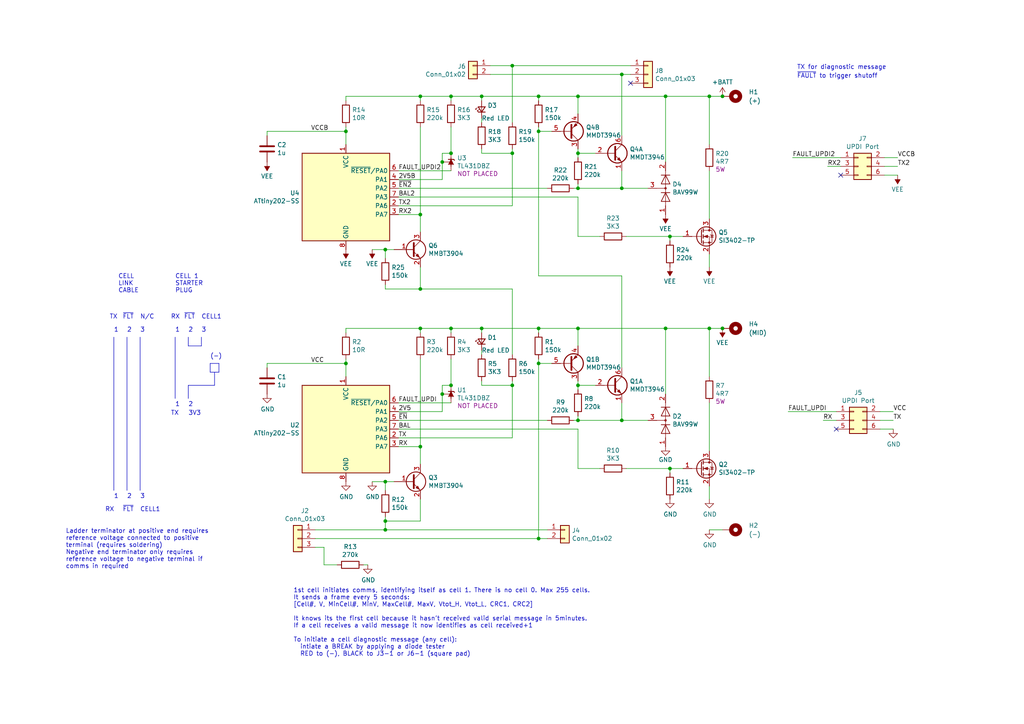
<source format=kicad_sch>
(kicad_sch (version 20230121) (generator eeschema)
  (paper "A4")
  (title_block (title "Link - for a Daisy Chain BMS") (date "2023-04-11") (rev "1.1") (comment 1 "Designed by Edward Cheeseman"))
  (lib_symbols
    (symbol "BMSladderLeaf-rescue:BAV99W-Diode" (pin_names hide)
      (property "Reference" "D" (at 0 5.08 0))
      (property "Value" "Diode_BAV99W" (at 0 2.54 0))
      (symbol "BAV99W-Diode_0_1"
        (polyline (pts (xy -5.08 0) (xy 5.08 0)))
      )
      (symbol "BAV99W-Diode_1_1"
        (polyline (pts (xy 0 0) (xy 0 -2.54)))
        (polyline (pts (xy -1.27 -1.27) (xy -1.27 1.27) (xy -1.27 1.27)) (stroke (width 0.2032)))
        (polyline (pts (xy 3.81 1.27) (xy 3.81 -1.27) (xy 3.81 -1.27)) (stroke (width 0.2032)))
        (polyline (pts (xy -3.81 1.27) (xy -1.27 0) (xy -3.81 -1.27) (xy -3.81 1.27) (xy -3.81 1.27) (xy -3.81 1.27)) (stroke (width 0.2032)))
        (polyline (pts (xy 1.27 1.27) (xy 3.81 0) (xy 1.27 -1.27) (xy 1.27 1.27) (xy 1.27 1.27) (xy 1.27 1.27)) (stroke (width 0.2032)))
        (circle (center 0 0) (radius 0.254) (fill (type outline)))
        (pin passive line (at -7.62 0 0) (length 2.54) (name "K") (number "1"))
        (pin passive line (at 7.62 0 180) (length 2.54) (name "A") (number "2"))
        (pin passive line (at 0 -5.08 90) (length 2.54) (name "K") (number "3"))
      )
    )
    (symbol "Connector_Generic:Conn_01x02" (pin_names (offset 1.016) hide)
      (property "Reference" "J" (at 0 2.54 0))
      (property "Value" "Conn_01x02" (at 0 -5.08 0))
      (symbol "Conn_01x02_1_1"
        (rectangle (start -1.27 -2.413) (end 0 -2.667) (stroke (width 0.1524)))
        (rectangle (start -1.27 0.127) (end 0 -0.127) (stroke (width 0.1524)))
        (rectangle (start -1.27 1.27) (end 1.27 -3.81) (stroke (width 0.254)) (fill (type background)))
        (pin passive line (at -5.08 0 0) (length 3.81) (name "Pin_1") (number "1"))
        (pin passive line (at -5.08 -2.54 0) (length 3.81) (name "Pin_2") (number "2"))
      )
    )
    (symbol "Connector_Generic:Conn_01x03" (pin_names (offset 1.016) hide)
      (property "Reference" "J" (at 0 5.08 0))
      (property "Value" "Conn_01x03" (at 0 -5.08 0))
      (symbol "Conn_01x03_1_1"
        (rectangle (start -1.27 -2.413) (end 0 -2.667) (stroke (width 0.1524)))
        (rectangle (start -1.27 0.127) (end 0 -0.127) (stroke (width 0.1524)))
        (rectangle (start -1.27 2.667) (end 0 2.413) (stroke (width 0.1524)))
        (rectangle (start -1.27 3.81) (end 1.27 -3.81) (stroke (width 0.254)) (fill (type background)))
        (pin passive line (at -5.08 2.54 0) (length 3.81) (name "Pin_1") (number "1"))
        (pin passive line (at -5.08 0 0) (length 3.81) (name "Pin_2") (number "2"))
        (pin passive line (at -5.08 -2.54 0) (length 3.81) (name "Pin_3") (number "3"))
      )
    )
    (symbol "Connector_Generic:Conn_02x03_Odd_Even" (pin_names (offset 1.016) hide)
      (property "Reference" "J" (at 1.27 5.08 0))
      (property "Value" "Conn_02x03_Odd_Even" (at 1.27 -5.08 0))
      (symbol "Conn_02x03_Odd_Even_1_1"
        (rectangle (start -1.27 -2.413) (end 0 -2.667) (stroke (width 0.1524)))
        (rectangle (start -1.27 0.127) (end 0 -0.127) (stroke (width 0.1524)))
        (rectangle (start -1.27 2.667) (end 0 2.413) (stroke (width 0.1524)))
        (rectangle (start -1.27 3.81) (end 3.81 -3.81) (stroke (width 0.254)) (fill (type background)))
        (rectangle (start 3.81 -2.413) (end 2.54 -2.667) (stroke (width 0.1524)))
        (rectangle (start 3.81 0.127) (end 2.54 -0.127) (stroke (width 0.1524)))
        (rectangle (start 3.81 2.667) (end 2.54 2.413) (stroke (width 0.1524)))
        (pin passive line (at -5.08 2.54 0) (length 3.81) (name "Pin_1") (number "1"))
        (pin passive line (at 7.62 2.54 180) (length 3.81) (name "Pin_2") (number "2"))
        (pin passive line (at -5.08 0 0) (length 3.81) (name "Pin_3") (number "3"))
        (pin passive line (at 7.62 0 180) (length 3.81) (name "Pin_4") (number "4"))
        (pin passive line (at -5.08 -2.54 0) (length 3.81) (name "Pin_5") (number "5"))
        (pin passive line (at 7.62 -2.54 180) (length 3.81) (name "Pin_6") (number "6"))
      )
    )
    (symbol "Device:C" (pin_numbers hide) (pin_names (offset 0.254))
      (property "Reference" "C" (at 0.635 2.54 0))
      (property "Value" "C" (at 0.635 -2.54 0))
      (symbol "C_0_1"
        (polyline (pts (xy -2.032 -0.762) (xy 2.032 -0.762)) (stroke (width 0.508)))
        (polyline (pts (xy -2.032 0.762) (xy 2.032 0.762)) (stroke (width 0.508)))
      )
      (symbol "C_1_1"
        (pin passive line (at 0 3.81 270) (length 2.794) (name "~") (number "1"))
        (pin passive line (at 0 -3.81 90) (length 2.794) (name "~") (number "2"))
      )
    )
    (symbol "Device:LED_Small" (pin_numbers hide) (pin_names (offset 0.254) hide)
      (property "Reference" "D" (at -1.27 3.175 0))
      (property "Value" "LED_Small" (at -4.445 -2.54 0))
      (symbol "LED_Small_0_1"
        (polyline (pts (xy -0.762 -1.016) (xy -0.762 1.016)) (stroke (width 0.254)))
        (polyline (pts (xy 1.016 0) (xy -0.762 0)))
        (polyline (pts (xy 0.762 -1.016) (xy -0.762 0) (xy 0.762 1.016) (xy 0.762 -1.016)) (stroke (width 0.254)))
        (polyline (pts (xy 0 0.762) (xy -0.508 1.27) (xy -0.254 1.27) (xy -0.508 1.27) (xy -0.508 1.016)))
        (polyline (pts (xy 0.508 1.27) (xy 0 1.778) (xy 0.254 1.778) (xy 0 1.778) (xy 0 1.524)))
      )
      (symbol "LED_Small_1_1"
        (pin passive line (at -2.54 0 0) (length 1.778) (name "K") (number "1"))
        (pin passive line (at 2.54 0 180) (length 1.778) (name "A") (number "2"))
      )
    )
    (symbol "Device:Q_NMOS_GSD" (pin_names (offset 0) hide)
      (property "Reference" "Q" (at 5.08 1.27 0))
      (property "Value" "Q_NMOS_GSD" (at 5.08 -1.27 0))
      (symbol "Q_NMOS_GSD_0_1"
        (polyline (pts (xy 0.254 0) (xy -2.54 0)))
        (polyline (pts (xy 0.254 1.905) (xy 0.254 -1.905)) (stroke (width 0.254)))
        (polyline (pts (xy 0.762 -1.27) (xy 0.762 -2.286)) (stroke (width 0.254)))
        (polyline (pts (xy 0.762 0.508) (xy 0.762 -0.508)) (stroke (width 0.254)))
        (polyline (pts (xy 0.762 2.286) (xy 0.762 1.27)) (stroke (width 0.254)))
        (polyline (pts (xy 2.54 2.54) (xy 2.54 1.778)))
        (polyline (pts (xy 2.54 -2.54) (xy 2.54 0) (xy 0.762 0)))
        (polyline (pts (xy 0.762 -1.778) (xy 3.302 -1.778) (xy 3.302 1.778) (xy 0.762 1.778)))
        (polyline (pts (xy 1.016 0) (xy 2.032 0.381) (xy 2.032 -0.381) (xy 1.016 0)) (fill (type outline)))
        (polyline (pts (xy 2.794 0.508) (xy 2.921 0.381) (xy 3.683 0.381) (xy 3.81 0.254)))
        (polyline (pts (xy 3.302 0.381) (xy 2.921 -0.254) (xy 3.683 -0.254) (xy 3.302 0.381)))
        (circle (center 1.651 0) (radius 2.794) (stroke (width 0.254)))
        (circle (center 2.54 -1.778) (radius 0.254) (fill (type outline)))
        (circle (center 2.54 1.778) (radius 0.254) (fill (type outline)))
      )
      (symbol "Q_NMOS_GSD_1_1"
        (pin input line (at -5.08 0 0) (length 2.54) (name "G") (number "1"))
        (pin passive line (at 2.54 -5.08 90) (length 2.54) (name "S") (number "2"))
        (pin passive line (at 2.54 5.08 270) (length 2.54) (name "D") (number "3"))
      )
    )
    (symbol "Device:R" (pin_numbers hide) (pin_names (offset 0))
      (property "Reference" "R" (at 2.032 0 90))
      (property "Value" "R" (at 0 0 90))
      (symbol "R_0_1"
        (rectangle (start -1.016 -2.54) (end 1.016 2.54) (stroke (width 0.254)))
      )
      (symbol "R_1_1"
        (pin passive line (at 0 3.81 270) (length 1.27) (name "~") (number "1"))
        (pin passive line (at 0 -3.81 90) (length 1.27) (name "~") (number "2"))
      )
    )
    (symbol "MCU_Microchip_ATtiny:ATtiny202-SS"
      (property "Reference" "U" (at -12.7 13.97 0))
      (property "Value" "ATtiny202-SS" (at 2.54 -13.97 0))
      (symbol "ATtiny202-SS_0_1"
        (rectangle (start -12.7 -12.7) (end 12.7 12.7) (stroke (width 0.254)) (fill (type background)))
      )
      (symbol "ATtiny202-SS_1_1"
        (pin power_in line (at 0 15.24 270) (length 2.54) (name "VCC") (number "1"))
        (pin bidirectional line (at 15.24 -2.54 180) (length 2.54) (name "PA6") (number "2"))
        (pin bidirectional line (at 15.24 -5.08 180) (length 2.54) (name "PA7") (number "3"))
        (pin bidirectional line (at 15.24 5.08 180) (length 2.54) (name "PA1") (number "4"))
        (pin bidirectional line (at 15.24 2.54 180) (length 2.54) (name "PA2") (number "5"))
        (pin bidirectional line (at 15.24 7.62 180) (length 2.54) (name "~{RESET}/PA0") (number "6"))
        (pin bidirectional line (at 15.24 0 180) (length 2.54) (name "PA3") (number "7"))
        (pin power_in line (at 0 -15.24 90) (length 2.54) (name "GND") (number "8"))
      )
    )
    (symbol "Mechanical:MountingHole_Pad" (pin_numbers hide) (pin_names (offset 1.016) hide)
      (property "Reference" "H" (at 0 6.35 0))
      (property "Value" "MountingHole_Pad" (at 0 4.445 0))
      (symbol "MountingHole_Pad_0_1"
        (circle (center 0 1.27) (radius 1.27) (stroke (width 1.27)))
      )
      (symbol "MountingHole_Pad_1_1"
        (pin input line (at 0 -2.54 90) (length 2.54) (name "1") (number "1"))
      )
    )
    (symbol "Reference_Voltage:TL431DBZ" (pin_numbers hide) (pin_names hide)
      (property "Reference" "U" (at -2.54 2.54 0))
      (property "Value" "TL431DBZ" (at 0 -2.54 0))
      (symbol "TL431DBZ_0_1"
        (polyline (pts (xy -1.27 0) (xy 0 0) (xy 1.27 0)))
        (polyline (pts (xy -0.762 0.762) (xy 0.762 0) (xy -0.762 -0.762)) (fill (type outline)))
        (polyline (pts (xy 0.508 -1.016) (xy 0.762 -0.762) (xy 0.762 0.762) (xy 0.762 0.762)) (stroke (width 0.254)))
      )
      (symbol "TL431DBZ_1_1"
        (pin passive line (at 2.54 0 180) (length 2.54) (name "K") (number "1"))
        (pin passive line (at 0 2.54 270) (length 2.54) (name "REF") (number "2"))
        (pin passive line (at -2.54 0 0) (length 2.54) (name "A") (number "3"))
      )
    )
    (symbol "Transistor_BJT:MMBT3904" (pin_names (offset 0) hide)
      (property "Reference" "Q" (at 5.08 1.905 0))
      (property "Value" "MMBT3904" (at 5.08 0 0))
      (symbol "MMBT3904_0_1"
        (polyline (pts (xy 0.635 0.635) (xy 2.54 2.54)))
        (polyline (pts (xy 0.635 -0.635) (xy 2.54 -2.54) (xy 2.54 -2.54)))
        (polyline (pts (xy 0.635 1.905) (xy 0.635 -1.905) (xy 0.635 -1.905)) (stroke (width 0.508)))
        (polyline (pts (xy 1.27 -1.778) (xy 1.778 -1.27) (xy 2.286 -2.286) (xy 1.27 -1.778) (xy 1.27 -1.778)) (fill (type outline)))
        (circle (center 1.27 0) (radius 2.8194) (stroke (width 0.254)))
      )
      (symbol "MMBT3904_1_1"
        (pin input line (at -5.08 0 0) (length 5.715) (name "B") (number "1"))
        (pin passive line (at 2.54 -5.08 90) (length 2.54) (name "E") (number "2"))
        (pin passive line (at 2.54 5.08 270) (length 2.54) (name "C") (number "3"))
      )
    )
    (symbol "Transistor_BJT:MMDT3946" (pin_names (offset 0) hide)
      (property "Reference" "Q" (at 5.08 1.27 0))
      (property "Value" "MMDT3946" (at 5.08 -1.27 0))
      (symbol "MMDT3946_0_1"
        (polyline (pts (xy 0.635 0) (xy -2.54 0)))
        (circle (center 1.27 0) (radius 2.8194) (stroke (width 0.254)))
        (circle (center 1.27 0) (radius 2.8194) (stroke (width 0.254)))
      )
      (symbol "MMDT3946_1_1"
        (polyline (pts (xy 0.635 0.635) (xy 2.54 2.54)))
        (polyline (pts (xy 0.635 -0.635) (xy 2.54 -2.54) (xy 2.54 -2.54)))
        (polyline (pts (xy 0.635 1.905) (xy 0.635 -1.905) (xy 0.635 -1.905)) (stroke (width 0.508)))
        (polyline (pts (xy 1.27 -1.778) (xy 1.778 -1.27) (xy 2.286 -2.286) (xy 1.27 -1.778) (xy 1.27 -1.778)) (fill (type outline)))
        (pin passive line (at 2.54 -5.08 90) (length 2.54) (name "E1") (number "1"))
        (pin input line (at -5.08 0 0) (length 2.54) (name "B1") (number "2"))
        (pin passive line (at 2.54 5.08 270) (length 2.54) (name "C1") (number "6"))
      )
      (symbol "MMDT3946_2_1"
        (polyline (pts (xy 0.635 0.635) (xy 2.54 2.54)))
        (polyline (pts (xy 0.635 -0.635) (xy 2.54 -2.54) (xy 2.54 -2.54)))
        (polyline (pts (xy 0.635 1.905) (xy 0.635 -1.905) (xy 0.635 -1.905)) (stroke (width 0.508)))
        (polyline (pts (xy 2.286 -1.778) (xy 1.778 -2.286) (xy 1.27 -1.27) (xy 2.286 -1.778) (xy 2.286 -1.778)) (fill (type outline)))
        (pin passive line (at 2.54 5.08 270) (length 2.54) (name "C2") (number "3"))
        (pin passive line (at 2.54 -5.08 90) (length 2.54) (name "E2") (number "4"))
        (pin input line (at -5.08 0 0) (length 2.54) (name "B2") (number "5"))
      )
    )
    (symbol "power:+BATT" (power) (pin_names (offset 0))
      (property "Value" "+BATT" (at 0 3.556 0))
      (symbol "+BATT_0_1"
        (polyline (pts (xy -0.762 1.27) (xy 0 2.54)))
        (polyline (pts (xy 0 0) (xy 0 2.54)))
        (polyline (pts (xy 0 2.54) (xy 0.762 1.27)))
      )
      (symbol "+BATT_1_1"
        (pin power_in line (at 0 0 90) (length 0) hide (name "+BATT") (number "1"))
      )
    )
    (symbol "power:GND" (power) (pin_names (offset 0))
      (property "Value" "GND" (at 0 -3.81 0))
      (symbol "GND_0_1"
        (polyline (pts (xy 0 0) (xy 0 -1.27) (xy 1.27 -1.27) (xy 0 -2.54) (xy -1.27 -1.27) (xy 0 -1.27)))
      )
      (symbol "GND_1_1"
        (pin power_in line (at 0 0 270) (length 0) hide (name "GND") (number "1"))
      )
    )
    (symbol "power:VEE" (power) (pin_names (offset 0))
      (property "Value" "VEE" (at 0 3.81 0))
      (symbol "VEE_0_1"
        (polyline (pts (xy 0 0) (xy 0 2.54)))
        (polyline (pts (xy 0.762 1.27) (xy -0.762 1.27) (xy 0 2.54) (xy 0.762 1.27)) (fill (type outline)))
      )
      (symbol "VEE_1_1"
        (pin power_in line (at 0 0 90) (length 0) hide (name "VEE") (number "1"))
      )
    )
  )
  (junction (at 167.64 121.92))
  (junction (at 130.81 95.25))
  (junction (at 130.81 111.76))
  (junction (at 111.76 153.67))
  (junction (at 100.33 38.1))
  (junction (at 167.64 54.61))
  (junction (at 130.81 44.45))
  (junction (at 156.21 156.21))
  (junction (at 148.59 19.05))
  (junction (at 194.31 135.89))
  (junction (at 111.76 151.13))
  (junction (at 180.34 121.92))
  (junction (at 209.55 95.25))
  (junction (at 121.92 62.23))
  (junction (at 121.92 95.25))
  (junction (at 167.64 44.45))
  (junction (at 121.92 27.94))
  (junction (at 167.64 95.25))
  (junction (at 130.81 27.94))
  (junction (at 121.92 129.54))
  (junction (at 148.59 111.76))
  (junction (at 139.7 95.25))
  (junction (at 167.64 27.94))
  (junction (at 180.34 54.61))
  (junction (at 128.27 114.3))
  (junction (at 205.74 27.94))
  (junction (at 180.34 21.59))
  (junction (at 100.33 105.41))
  (junction (at 128.27 46.99))
  (junction (at 111.76 72.39))
  (junction (at 148.59 44.45))
  (junction (at 156.21 105.41))
  (junction (at 193.04 95.25))
  (junction (at 193.04 27.94))
  (junction (at 139.7 27.94))
  (junction (at 156.21 38.1))
  (junction (at 194.31 68.58))
  (junction (at 111.76 139.7))
  (junction (at 167.64 111.76))
  (junction (at 156.21 95.25))
  (junction (at 205.74 95.25))
  (junction (at 121.92 83.82))
  (junction (at 156.21 27.94))
  (junction (at 209.55 27.94))
  (no_connect (at 182.88 24.13))
  (no_connect (at 243.84 50.8))
  (no_connect (at 242.57 124.46))
  (wire (pts (xy 139.7 44.45) (xy 148.59 44.45)))
  (polyline (pts (xy 33.02 97.79) (xy 33.02 142.24)))
  (wire (pts (xy 205.74 95.25) (xy 193.04 95.25)))
  (wire (pts (xy 115.57 129.54) (xy 121.92 129.54)))
  (wire (pts (xy 139.7 29.21) (xy 139.7 27.94)))
  (wire (pts (xy 130.81 104.14) (xy 130.81 111.76)))
  (wire (pts (xy 121.92 27.94) (xy 121.92 29.21)))
  (wire (pts (xy 148.59 111.76) (xy 148.59 110.49)))
  (wire (pts (xy 128.27 44.45) (xy 130.81 44.45)))
  (wire (pts (xy 111.76 149.86) (xy 111.76 151.13)))
  (wire (pts (xy 194.31 137.16) (xy 194.31 135.89)))
  (wire (pts (xy 105.41 163.83) (xy 106.68 163.83)))
  (wire (pts (xy 93.98 163.83) (xy 97.79 163.83)))
  (wire (pts (xy 121.92 95.25) (xy 130.81 95.25)))
  (wire (pts (xy 167.64 95.25) (xy 156.21 95.25)))
  (wire (pts (xy 111.76 151.13) (xy 121.92 151.13)))
  (wire (pts (xy 167.64 135.89) (xy 173.99 135.89)))
  (wire (pts (xy 115.57 62.23) (xy 121.92 62.23)))
  (wire (pts (xy 148.59 59.69) (xy 148.59 44.45)))
  (wire (pts (xy 180.34 80.01) (xy 156.21 80.01)))
  (wire (pts (xy 139.7 95.25) (xy 156.21 95.25)))
  (wire (pts (xy 93.98 158.75) (xy 93.98 163.83)))
  (polyline (pts (xy 54.61 111.76) (xy 62.23 111.76)))
  (wire (pts (xy 167.64 27.94) (xy 156.21 27.94)))
  (wire (pts (xy 115.57 119.38) (xy 128.27 119.38)))
  (polyline (pts (xy 60.96 105.41) (xy 60.96 107.95)))
  (wire (pts (xy 128.27 46.99) (xy 128.27 44.45)))
  (wire (pts (xy 240.03 48.26) (xy 243.84 48.26)))
  (wire (pts (xy 148.59 44.45) (xy 148.59 43.18)))
  (wire (pts (xy 167.64 124.46) (xy 115.57 124.46)))
  (wire (pts (xy 260.35 45.72) (xy 256.54 45.72)))
  (wire (pts (xy 180.34 80.01) (xy 180.34 106.68)))
  (wire (pts (xy 111.76 139.7) (xy 114.3 139.7)))
  (wire (pts (xy 121.92 27.94) (xy 130.81 27.94)))
  (wire (pts (xy 167.64 95.25) (xy 167.64 100.33)))
  (wire (pts (xy 139.7 110.49) (xy 139.7 111.76)))
  (wire (pts (xy 111.76 74.93) (xy 111.76 72.39)))
  (wire (pts (xy 238.76 121.92) (xy 242.57 121.92)))
  (wire (pts (xy 198.12 68.58) (xy 194.31 68.58)))
  (wire (pts (xy 180.34 54.61) (xy 187.96 54.61)))
  (wire (pts (xy 100.33 104.14) (xy 100.33 105.41)))
  (wire (pts (xy 130.81 36.83) (xy 130.81 44.45)))
  (wire (pts (xy 194.31 135.89) (xy 181.61 135.89)))
  (wire (pts (xy 193.04 46.99) (xy 193.04 27.94)))
  (wire (pts (xy 130.81 95.25) (xy 139.7 95.25)))
  (wire (pts (xy 172.72 111.76) (xy 167.64 111.76)))
  (wire (pts (xy 139.7 43.18) (xy 139.7 44.45)))
  (wire (pts (xy 259.08 121.92) (xy 255.27 121.92)))
  (wire (pts (xy 121.92 144.78) (xy 121.92 151.13)))
  (wire (pts (xy 205.74 95.25) (xy 209.55 95.25)))
  (wire (pts (xy 167.64 121.92) (xy 180.34 121.92)))
  (wire (pts (xy 160.02 105.41) (xy 156.21 105.41)))
  (wire (pts (xy 205.74 109.22) (xy 205.74 95.25)))
  (wire (pts (xy 130.81 95.25) (xy 130.81 96.52)))
  (wire (pts (xy 167.64 57.15) (xy 115.57 57.15)))
  (wire (pts (xy 260.35 48.26) (xy 256.54 48.26)))
  (wire (pts (xy 139.7 102.87) (xy 139.7 101.6)))
  (wire (pts (xy 121.92 62.23) (xy 121.92 67.31)))
  (wire (pts (xy 111.76 142.24) (xy 111.76 139.7)))
  (wire (pts (xy 111.76 72.39) (xy 114.3 72.39)))
  (wire (pts (xy 115.57 59.69) (xy 148.59 59.69)))
  (wire (pts (xy 139.7 111.76) (xy 148.59 111.76)))
  (wire (pts (xy 205.74 63.5) (xy 205.74 49.53)))
  (wire (pts (xy 180.34 116.84) (xy 180.34 121.92)))
  (wire (pts (xy 128.27 114.3) (xy 128.27 111.76)))
  (wire (pts (xy 205.74 130.81) (xy 205.74 116.84)))
  (wire (pts (xy 156.21 95.25) (xy 156.21 96.52)))
  (wire (pts (xy 166.37 54.61) (xy 167.64 54.61)))
  (wire (pts (xy 167.64 53.34) (xy 167.64 54.61)))
  (wire (pts (xy 167.64 27.94) (xy 167.64 33.02)))
  (wire (pts (xy 91.44 158.75) (xy 93.98 158.75)))
  (wire (pts (xy 167.64 45.72) (xy 167.64 44.45)))
  (wire (pts (xy 167.64 44.45) (xy 167.64 43.18)))
  (wire (pts (xy 77.47 106.68) (xy 77.47 105.41)))
  (wire (pts (xy 167.64 111.76) (xy 167.64 110.49)))
  (wire (pts (xy 180.34 121.92) (xy 187.96 121.92)))
  (wire (pts (xy 100.33 36.83) (xy 100.33 38.1)))
  (wire (pts (xy 128.27 119.38) (xy 128.27 114.3)))
  (polyline (pts (xy 58.42 100.33) (xy 58.42 97.79)))
  (wire (pts (xy 148.59 19.05) (xy 182.88 19.05)))
  (polyline (pts (xy 36.83 97.79) (xy 36.83 142.24)))
  (wire (pts (xy 139.7 27.94) (xy 156.21 27.94)))
  (wire (pts (xy 111.76 153.67) (xy 158.75 153.67)))
  (wire (pts (xy 193.04 27.94) (xy 167.64 27.94)))
  (wire (pts (xy 148.59 19.05) (xy 142.24 19.05)))
  (polyline (pts (xy 62.23 111.76) (xy 62.23 107.95)))
  (wire (pts (xy 167.64 68.58) (xy 173.99 68.58)))
  (wire (pts (xy 205.74 27.94) (xy 193.04 27.94)))
  (wire (pts (xy 77.47 38.1) (xy 100.33 38.1)))
  (wire (pts (xy 121.92 77.47) (xy 121.92 83.82)))
  (wire (pts (xy 194.31 69.85) (xy 194.31 68.58)))
  (wire (pts (xy 205.74 77.47) (xy 205.74 73.66)))
  (wire (pts (xy 160.02 38.1) (xy 156.21 38.1)))
  (wire (pts (xy 115.57 127) (xy 148.59 127)))
  (wire (pts (xy 180.34 49.53) (xy 180.34 54.61)))
  (wire (pts (xy 111.76 72.39) (xy 107.95 72.39)))
  (wire (pts (xy 259.08 124.46) (xy 255.27 124.46)))
  (wire (pts (xy 91.44 156.21) (xy 156.21 156.21)))
  (wire (pts (xy 100.33 95.25) (xy 100.33 96.52)))
  (wire (pts (xy 121.92 27.94) (xy 100.33 27.94)))
  (wire (pts (xy 142.24 21.59) (xy 180.34 21.59)))
  (polyline (pts (xy 40.64 97.79) (xy 40.64 142.24)))
  (wire (pts (xy 167.64 124.46) (xy 167.64 135.89)))
  (wire (pts (xy 205.74 144.78) (xy 205.74 140.97)))
  (wire (pts (xy 156.21 36.83) (xy 156.21 38.1)))
  (polyline (pts (xy 63.5 105.41) (xy 63.5 107.95)))
  (polyline (pts (xy 60.96 107.95) (xy 63.5 107.95)))
  (wire (pts (xy 100.33 27.94) (xy 100.33 29.21)))
  (wire (pts (xy 148.59 83.82) (xy 121.92 83.82)))
  (wire (pts (xy 148.59 83.82) (xy 148.59 102.87)))
  (wire (pts (xy 121.92 36.83) (xy 121.92 62.23)))
  (polyline (pts (xy 54.61 100.33) (xy 54.61 97.79)))
  (wire (pts (xy 180.34 21.59) (xy 180.34 39.37)))
  (wire (pts (xy 121.92 95.25) (xy 100.33 95.25)))
  (wire (pts (xy 156.21 105.41) (xy 156.21 156.21)))
  (wire (pts (xy 193.04 114.3) (xy 193.04 95.25)))
  (wire (pts (xy 115.57 49.53) (xy 130.81 49.53)))
  (wire (pts (xy 205.74 153.67) (xy 209.55 153.67)))
  (wire (pts (xy 139.7 96.52) (xy 139.7 95.25)))
  (wire (pts (xy 260.35 50.8) (xy 256.54 50.8)))
  (wire (pts (xy 148.59 127) (xy 148.59 111.76)))
  (wire (pts (xy 111.76 82.55) (xy 111.76 83.82)))
  (wire (pts (xy 121.92 129.54) (xy 121.92 134.62)))
  (wire (pts (xy 115.57 116.84) (xy 130.81 116.84)))
  (wire (pts (xy 130.81 27.94) (xy 130.81 29.21)))
  (wire (pts (xy 111.76 139.7) (xy 107.95 139.7)))
  (wire (pts (xy 111.76 83.82) (xy 121.92 83.82)))
  (wire (pts (xy 100.33 38.1) (xy 100.33 41.91)))
  (wire (pts (xy 205.74 27.94) (xy 209.55 27.94)))
  (wire (pts (xy 229.87 45.72) (xy 243.84 45.72)))
  (wire (pts (xy 115.57 52.07) (xy 128.27 52.07)))
  (wire (pts (xy 77.47 39.37) (xy 77.47 38.1)))
  (wire (pts (xy 205.74 41.91) (xy 205.74 27.94)))
  (wire (pts (xy 166.37 121.92) (xy 167.64 121.92)))
  (wire (pts (xy 156.21 38.1) (xy 156.21 80.01)))
  (wire (pts (xy 91.44 153.67) (xy 111.76 153.67)))
  (wire (pts (xy 228.6 119.38) (xy 242.57 119.38)))
  (wire (pts (xy 167.64 113.03) (xy 167.64 111.76)))
  (wire (pts (xy 121.92 95.25) (xy 121.92 96.52)))
  (wire (pts (xy 139.7 35.56) (xy 139.7 34.29)))
  (wire (pts (xy 259.08 119.38) (xy 255.27 119.38)))
  (polyline (pts (xy 54.61 100.33) (xy 58.42 100.33)))
  (wire (pts (xy 128.27 111.76) (xy 130.81 111.76)))
  (wire (pts (xy 100.33 105.41) (xy 100.33 109.22)))
  (wire (pts (xy 194.31 68.58) (xy 181.61 68.58)))
  (wire (pts (xy 156.21 104.14) (xy 156.21 105.41)))
  (wire (pts (xy 193.04 95.25) (xy 167.64 95.25)))
  (wire (pts (xy 180.34 21.59) (xy 182.88 21.59)))
  (wire (pts (xy 156.21 27.94) (xy 156.21 29.21)))
  (wire (pts (xy 167.64 54.61) (xy 180.34 54.61)))
  (wire (pts (xy 115.57 54.61) (xy 158.75 54.61)))
  (wire (pts (xy 167.64 57.15) (xy 167.64 68.58)))
  (wire (pts (xy 167.64 120.65) (xy 167.64 121.92)))
  (wire (pts (xy 198.12 135.89) (xy 194.31 135.89)))
  (wire (pts (xy 148.59 19.05) (xy 148.59 35.56)))
  (polyline (pts (xy 63.5 105.41) (xy 60.96 105.41)))
  (wire (pts (xy 130.81 27.94) (xy 139.7 27.94)))
  (wire (pts (xy 77.47 105.41) (xy 100.33 105.41)))
  (wire (pts (xy 128.27 52.07) (xy 128.27 46.99)))
  (wire (pts (xy 115.57 121.92) (xy 158.75 121.92)))
  (polyline (pts (xy 50.8 97.79) (xy 50.8 115.57)))
  (polyline (pts (xy 54.61 115.57) (xy 54.61 111.76)))
  (wire (pts (xy 172.72 44.45) (xy 167.64 44.45)))
  (wire (pts (xy 121.92 104.14) (xy 121.92 129.54)))
  (wire (pts (xy 156.21 156.21) (xy 158.75 156.21)))
  (wire (pts (xy 111.76 151.13) (xy 111.76 153.67)))
  (text "CELL1" (at 58.42 92.71 0) (effects (font (size 1.27 1.27)) (justify left bottom)))
  (text "RX" (at 49.53 92.71 0) (effects (font (size 1.27 1.27)) (justify left bottom)))
  (text "3" (at 40.64 96.52 0) (effects (font (size 1.27 1.27)) (justify left bottom)))
  (text "~{FAULT} to trigger shutoff" (at 231.14 22.86 0) (effects (font (size 1.27 1.27)) (justify left bottom)))
  (text "3" (at 58.42 96.52 0) (effects (font (size 1.27 1.27)) (justify left bottom)))
  (text "CELL 1\nSTARTER\nPLUG" (at 50.8 85.09 0) (effects (font (size 1.27 1.27)) (justify left bottom)))
  (text "Ladder terminator at positive end requires\nreference voltage connected to positive\nterminal (requires soldering)\nNegative end terminator only requires\nreference voltage to negative terminal if\ncomms in required" (at 19.05 165.1 0) (effects (font (size 1.27 1.27)) (justify left bottom)))
  (text "TX" (at 49.53 120.65 0) (effects (font (size 1.27 1.27)) (justify left bottom)))
  (text "1st cell initiates comms, identifying itself as cell 1. There is no cell 0. Max 255 cells.\nIt sends a frame every 5 seconds:\n[Cell#, V, MinCell#, MinV, MaxCell#, MaxV, Vtot_H, Vtot_L, CRC1, CRC2]\n\nIt knows its the first cell because it hasn’t received valid serial message in 5minutes.\nIf a cell receives a valid message it now identifies as cell received+1\n\nTo initiate a cell diagnostic message (any cell):\n  intiate a BREAK by applying a diode tester\n  RED to (-), BLACK to J3-1 or J6-1 (square pad)\n" (at 85.09 190.5 0) (effects (font (size 1.27 1.27)) (justify left bottom)))
  (text "1" (at 50.8 118.11 0) (effects (font (size 1.27 1.27)) (justify left bottom)))
  (text "TX" (at 31.75 92.71 0) (effects (font (size 1.27 1.27)) (justify left bottom)))
  (text "~{FLT}" (at 53.34 92.71 0) (effects (font (size 1.27 1.27)) (justify left bottom)))
  (text "RX" (at 30.48 148.59 0) (effects (font (size 1.27 1.27)) (justify left bottom)))
  (text "N/C" (at 40.64 92.71 0) (effects (font (size 1.27 1.27)) (justify left bottom)))
  (text "1" (at 50.8 96.52 0) (effects (font (size 1.27 1.27)) (justify left bottom)))
  (text "2" (at 36.83 96.52 0) (effects (font (size 1.27 1.27)) (justify left bottom)))
  (text "CELL1" (at 40.64 148.59 0) (effects (font (size 1.27 1.27)) (justify left bottom)))
  (text "~{FLT}" (at 35.56 92.71 0) (effects (font (size 1.27 1.27)) (justify left bottom)))
  (text "1" (at 33.02 144.78 0) (effects (font (size 1.27 1.27)) (justify left bottom)))
  (text "3V3" (at 54.61 120.65 0) (effects (font (size 1.27 1.27)) (justify left bottom)))
  (text "3" (at 40.64 144.78 0) (effects (font (size 1.27 1.27)) (justify left bottom)))
  (text "2" (at 36.83 144.78 0) (effects (font (size 1.27 1.27)) (justify left bottom)))
  (text "2" (at 54.61 118.11 0) (effects (font (size 1.27 1.27)) (justify left bottom)))
  (text "TX for diagnostic message" (at 231.14 20.32 0) (effects (font (size 1.27 1.27)) (justify left bottom)))
  (text "1" (at 33.02 96.52 0) (effects (font (size 1.27 1.27)) (justify left bottom)))
  (text "~{FLT}" (at 35.56 148.59 0) (effects (font (size 1.27 1.27)) (justify left bottom)))
  (text "CELL\nLINK\nCABLE" (at 34.29 85.09 0) (effects (font (size 1.27 1.27)) (justify left bottom)))
  (text "(-)" (at 60.96 104.14 0) (effects (font (size 1.27 1.27)) (justify left bottom)))
  (text "2" (at 54.61 96.52 0) (effects (font (size 1.27 1.27)) (justify left bottom)))
  (label "RX2" (at 240.03 48.26 0))
  (label "VCCB" (at 260.35 45.72 0))
  (label "TX" (at 115.57 127 0))
  (label "FAULT_UPDI" (at 228.6 119.38 0))
  (label "RX" (at 115.57 129.54 0))
  (label "RX" (at 238.76 121.92 0))
  (label "2V5" (at 115.57 119.38 0))
  (label "TX" (at 259.08 121.92 0))
  (label "VCC" (at 259.08 119.38 0))
  (label "~{EN2}" (at 115.57 54.61 0))
  (label "VCC" (at 90.17 105.41 0))
  (label "TX2" (at 115.57 59.69 0))
  (label "RX2" (at 115.57 62.23 0))
  (label "2V5B" (at 115.57 52.07 0))
  (label "FAULT_UPDI" (at 115.57 116.84 0))
  (label "BAL2" (at 115.57 57.15 0))
  (label "~{EN}" (at 115.57 121.92 0))
  (label "TX2" (at 260.35 48.26 0))
  (label "FAULT_UPDI2" (at 229.87 45.72 0))
  (label "BAL" (at 115.57 124.46 0))
  (label "VCCB" (at 90.17 38.1 0))
  (label "FAULT_UPDI2" (at 115.57 49.53 0))
  (symbol (lib_id "MCU_Microchip_ATtiny:ATtiny202-SS") (at 100.33 124.46 0) (unit 1)
    (property "Reference" "U2" (at 86.8934 123.2916 0) (effects (justify right)))
    (property "Value" "ATtiny202-SS" (at 86.8934 125.603 0) (effects (justify right)))
    (property "Footprint" "Package_SO:SOIC-8_3.9x4.9mm_P1.27mm" (effects hide))
    (property "Datasheet" "http://ww1.microchip.com/downloads/en/DeviceDoc/ATtiny202-402-AVR-MCU-with-Core-Independent-Peripherals_and-picoPower-40001969A.pdf" (effects hide))
  )
  (symbol (lib_id "Device:C") (at 77.47 110.49 0) (unit 1)
    (property "Reference" "C1" (at 80.391 109.3216 0) (effects (justify left)))
    (property "Value" "1u" (at 80.391 111.633 0) (effects (justify left)))
    (property "Footprint" "Capacitor_SMD:C_0603_1608Metric" (effects hide))
  )
  (symbol (lib_id "Transistor_BJT:MMBT3904") (at 119.38 139.7 0) (unit 1)
    (property "Reference" "Q3" (at 124.2314 138.5316 0) (effects (justify left)))
    (property "Value" "MMBT3904" (at 124.2314 140.843 0) (effects (justify left)))
    (property "Footprint" "Package_TO_SOT_SMD:SOT-23" (effects hide))
    (property "Datasheet" "https://www.fairchildsemi.com/datasheets/2N/2N3904.pdf" (effects hide))
  )
  (symbol (lib_id "Transistor_BJT:MMDT3946") (at 177.8 111.76 0) (unit 1)
    (property "Reference" "Q1" (at 182.6514 110.5916 0) (effects (justify left)))
    (property "Value" "MMDT3946" (at 182.6514 112.903 0) (effects (justify left)))
    (property "Footprint" "Package_TO_SOT_SMD:SOT-363_SC-70-6" (effects hide))
    (property "Datasheet" "http://www.diodes.com/_files/datasheets/ds30123.pdf" (effects hide))
  )
  (symbol (lib_id "Transistor_BJT:MMDT3946") (at 165.1 105.41 0) (mirror x) (unit 2)
    (property "Reference" "Q1" (at 169.9514 104.2416 0) (effects (justify left)))
    (property "Value" "MMDT3946" (at 169.9514 106.553 0) (effects (justify left)))
    (property "Footprint" "Package_TO_SOT_SMD:SOT-363_SC-70-6" (effects hide))
    (property "Datasheet" "http://www.diodes.com/_files/datasheets/ds30123.pdf" (effects hide))
  )
  (symbol (lib_id "Device:R") (at 121.92 100.33 0) (unit 1)
    (property "Reference" "R3" (at 123.698 99.1616 0) (effects (justify left)))
    (property "Value" "220k" (at 123.698 101.473 0) (effects (justify left)))
    (property "Footprint" "Resistor_SMD:R_0603_1608Metric" (effects hide))
  )
  (symbol (lib_id "power:GND") (at 100.33 139.7 0) (unit 1)
    (property "Reference" "#PWR04" (effects hide))
    (property "Value" "GND" (at 100.457 144.0942 0))
  )
  (symbol (lib_id "power:GND") (at 107.95 139.7 0) (unit 1)
    (property "Reference" "#PWR05" (effects hide))
    (property "Value" "GND" (at 108.077 144.0942 0))
  )
  (symbol (lib_id "Device:R") (at 111.76 146.05 180) (unit 1)
    (property "Reference" "R12" (at 113.538 144.8816 0) (effects (justify right)))
    (property "Value" "150k" (at 113.538 147.193 0) (effects (justify right)))
    (property "Footprint" "Resistor_SMD:R_0603_1608Metric" (effects hide))
  )
  (symbol (lib_id "power:GND") (at 77.47 114.3 0) (unit 1)
    (property "Reference" "#PWR01" (effects hide))
    (property "Value" "GND" (at 77.597 118.6942 0))
  )
  (symbol (lib_id "BMSladderLeaf-rescue:BAV99W-Diode") (at 193.04 121.92 270) (mirror x) (unit 1)
    (property "Reference" "D2" (at 195.0212 120.7516 90) (effects (justify left)))
    (property "Value" "BAV99W" (at 195.0212 123.063 90) (effects (justify left)))
    (property "Footprint" "Package_TO_SOT_SMD:SOT-323_SC-70" (effects hide))
  )
  (symbol (lib_id "power:GND") (at 193.04 129.54 0) (unit 1)
    (property "Reference" "#PWR02" (effects hide))
    (property "Value" "GND" (at 193.04 133.35 0))
  )
  (symbol (lib_id "Device:Q_NMOS_GSD") (at 203.2 135.89 0) (unit 1)
    (property "Reference" "Q2" (at 208.3816 134.7216 0) (effects (justify left)))
    (property "Value" "SI3402-TP" (at 208.3816 137.033 0) (effects (justify left)))
    (property "Footprint" "Package_TO_SOT_SMD:SOT-23" (effects hide))
  )
  (symbol (lib_id "power:GND") (at 205.74 144.78 0) (unit 1)
    (property "Reference" "#PWR03" (effects hide))
    (property "Value" "GND" (at 205.867 149.1742 0))
  )
  (symbol (lib_id "power:GND") (at 194.31 144.78 0) (unit 1)
    (property "Reference" "#PWR06" (effects hide))
    (property "Value" "GND" (at 194.437 149.1742 0))
  )
  (symbol (lib_id "Reference_Voltage:TL431DBZ") (at 130.81 114.3 90) (unit 1)
    (property "Reference" "U1" (at 132.588 113.1316 90) (effects (justify right)))
    (property "Value" "TL431DBZ" (at 132.588 115.443 90) (effects (justify right)))
    (property "Footprint" "Package_TO_SOT_SMD:SOT-23" (effects hide))
    (property "Datasheet" "http://www.ti.com/lit/ds/symlink/tl431.pdf" (effects hide))
    (property "Field4" "NOT PLACED" (at 132.588 117.7036 90) (effects (justify right)))
  )
  (symbol (lib_id "Connector_Generic:Conn_02x03_Odd_Even") (at 247.65 121.92 0) (unit 1)
    (property "Reference" "J5" (at 248.92 113.8682 0))
    (property "Value" "UPDI Port" (at 248.92 116.1796 0))
    (property "Footprint" "Connector_PinHeader_1.27mm:PinHeader_2x03_P1.27mm_Vertical" (effects hide))
  )
  (symbol (lib_id "Device:LED_Small") (at 139.7 99.06 90) (unit 1)
    (property "Reference" "D1" (at 141.4272 97.8916 90) (effects (justify right)))
    (property "Value" "Red LED" (at 139.7 101.6 90) (effects (justify right)))
    (property "Footprint" "LED_SMD:LED_0603_1608Metric" (effects hide))
  )
  (symbol (lib_id "Device:R") (at 139.7 106.68 180) (unit 1)
    (property "Reference" "R5" (at 141.478 105.5116 0) (effects (justify right)))
    (property "Value" "3K3" (at 141.478 107.823 0) (effects (justify right)))
    (property "Footprint" "Resistor_SMD:R_0603_1608Metric" (effects hide))
  )
  (symbol (lib_id "Device:R") (at 205.74 113.03 0) (unit 1)
    (property "Reference" "R7" (at 207.518 111.8616 0) (effects (justify left)))
    (property "Value" "4R7" (at 207.518 114.173 0) (effects (justify left)))
    (property "Footprint" "EdsKicadLibrary:R_Axial_L17.0mm_D6.0mm_P22mm_Horizontal" (effects hide))
    (property "Field4" "5W" (at 207.518 116.4336 0) (effects (justify left)))
  )
  (symbol (lib_id "Device:R") (at 194.31 140.97 0) (unit 1)
    (property "Reference" "R11" (at 196.088 139.8016 0) (effects (justify left)))
    (property "Value" "220k" (at 196.088 142.113 0) (effects (justify left)))
    (property "Footprint" "Resistor_SMD:R_0603_1608Metric" (effects hide))
  )
  (symbol (lib_id "Device:R") (at 162.56 121.92 270) (unit 1)
    (property "Reference" "R9" (at 162.56 116.6622 90))
    (property "Value" "220k" (at 162.56 118.9736 90))
    (property "Footprint" "Resistor_SMD:R_0603_1608Metric" (effects hide))
  )
  (symbol (lib_id "Device:R") (at 148.59 106.68 180) (unit 1)
    (property "Reference" "R6" (at 150.368 105.5116 0) (effects (justify right)))
    (property "Value" "150k" (at 150.368 107.823 0) (effects (justify right)))
    (property "Footprint" "Resistor_SMD:R_0603_1608Metric" (effects hide))
  )
  (symbol (lib_id "Device:R") (at 156.21 100.33 180) (unit 1)
    (property "Reference" "R1" (at 157.988 99.1616 0) (effects (justify right)))
    (property "Value" "150k" (at 157.988 101.473 0) (effects (justify right)))
    (property "Footprint" "Resistor_SMD:R_0603_1608Metric" (effects hide))
  )
  (symbol (lib_id "Device:R") (at 167.64 116.84 180) (unit 1)
    (property "Reference" "R8" (at 169.418 115.6716 0) (effects (justify right)))
    (property "Value" "220k" (at 169.418 117.983 0) (effects (justify right)))
    (property "Footprint" "Resistor_SMD:R_0603_1608Metric" (effects hide))
  )
  (symbol (lib_id "Device:R") (at 130.81 100.33 180) (unit 1)
    (property "Reference" "R4" (at 132.588 99.1616 0) (effects (justify right)))
    (property "Value" "3K3" (at 132.588 101.473 0) (effects (justify right)))
    (property "Footprint" "Resistor_SMD:R_0603_1608Metric" (effects hide))
  )
  (symbol (lib_id "Device:R") (at 177.8 135.89 90) (unit 1)
    (property "Reference" "R10" (at 177.8 130.6322 90))
    (property "Value" "3K3" (at 177.8 132.9436 90))
    (property "Footprint" "Resistor_SMD:R_0603_1608Metric" (effects hide))
  )
  (symbol (lib_id "Mechanical:MountingHole_Pad") (at 212.09 153.67 270) (unit 1)
    (property "Reference" "H2" (at 217.17 152.4 90) (effects (justify left)))
    (property "Value" "(-)" (at 217.17 154.94 90) (effects (justify left)))
    (property "Footprint" "EdsKicadLibrary:Terminal tag 6.2mm slot" (effects hide))
  )
  (symbol (lib_id "power:GND") (at 205.74 153.67 0) (unit 1)
    (property "Reference" "#PWR07" (effects hide))
    (property "Value" "GND" (at 205.867 158.0642 0))
  )
  (symbol (lib_id "Mechanical:MountingHole_Pad") (at 212.09 27.94 270) (unit 1)
    (property "Reference" "H1" (at 217.17 26.67 90) (effects (justify left)))
    (property "Value" "(+)" (at 217.17 29.21 90) (effects (justify left)))
    (property "Footprint" "EdsKicadLibrary:Terminal tag 6.2mm slot" (effects hide))
  )
  (symbol (lib_id "Device:R") (at 100.33 100.33 0) (unit 1)
    (property "Reference" "R2" (at 102.108 99.1616 0) (effects (justify left)))
    (property "Value" "10R" (at 102.108 101.473 0) (effects (justify left)))
    (property "Footprint" "Resistor_SMD:R_0603_1608Metric" (effects hide))
  )
  (symbol (lib_id "Device:R") (at 101.6 163.83 270) (unit 1)
    (property "Reference" "R13" (at 101.6 158.5722 90))
    (property "Value" "270k" (at 101.6 160.8836 90))
    (property "Footprint" "Resistor_SMD:R_0603_1608Metric" (effects hide))
  )
  (symbol (lib_id "power:GND") (at 106.68 163.83 0) (unit 1)
    (property "Reference" "#PWR09" (effects hide))
    (property "Value" "GND" (at 106.807 168.2242 0))
  )
  (symbol (lib_id "Connector_Generic:Conn_01x03") (at 86.36 156.21 0) (mirror y) (unit 1)
    (property "Reference" "J2" (at 88.4428 148.1582 0))
    (property "Value" "Conn_01x03" (at 88.4428 150.4696 0))
    (property "Footprint" "Connector_JST:JST_SH_SM03B-SRSS-TB_1x03-1MP_P1.00mm_Horizontal" (effects hide))
  )
  (symbol (lib_id "Connector_Generic:Conn_01x02") (at 163.83 153.67 0) (unit 1)
    (property "Reference" "J4" (at 165.862 153.8732 0) (effects (justify left)))
    (property "Value" "Conn_01x02" (at 165.862 156.1846 0) (effects (justify left)))
    (property "Footprint" "Connector_PinHeader_2.00mm:PinHeader_1x02_P2.00mm_Vertical" (effects hide))
  )
  (symbol (lib_id "Device:Q_NMOS_GSD") (at 203.2 68.58 0) (unit 1)
    (property "Reference" "Q5" (at 208.3816 67.4116 0) (effects (justify left)))
    (property "Value" "SI3402-TP" (at 208.3816 69.723 0) (effects (justify left)))
    (property "Footprint" "Package_TO_SOT_SMD:SOT-23" (effects hide))
  )
  (symbol (lib_id "Reference_Voltage:TL431DBZ") (at 130.81 46.99 90) (unit 1)
    (property "Reference" "U3" (at 132.588 45.8216 90) (effects (justify right)))
    (property "Value" "TL431DBZ" (at 132.588 48.133 90) (effects (justify right)))
    (property "Footprint" "Package_TO_SOT_SMD:SOT-23" (effects hide))
    (property "Datasheet" "http://www.ti.com/lit/ds/symlink/tl431.pdf" (effects hide))
    (property "Field4" "NOT PLACED" (at 132.588 50.3936 90) (effects (justify right)))
  )
  (symbol (lib_id "Device:R") (at 111.76 78.74 180) (unit 1)
    (property "Reference" "R25" (at 113.538 77.5716 0) (effects (justify right)))
    (property "Value" "150k" (at 113.538 79.883 0) (effects (justify right)))
    (property "Footprint" "Resistor_SMD:R_0603_1608Metric" (effects hide))
  )
  (symbol (lib_id "Device:R") (at 194.31 73.66 0) (unit 1)
    (property "Reference" "R24" (at 196.088 72.4916 0) (effects (justify left)))
    (property "Value" "220k" (at 196.088 74.803 0) (effects (justify left)))
    (property "Footprint" "Resistor_SMD:R_0603_1608Metric" (effects hide))
  )
  (symbol (lib_id "Device:R") (at 177.8 68.58 90) (unit 1)
    (property "Reference" "R23" (at 177.8 63.3222 90))
    (property "Value" "3K3" (at 177.8 65.6336 90))
    (property "Footprint" "Resistor_SMD:R_0603_1608Metric" (effects hide))
  )
  (symbol (lib_id "power:VEE") (at 100.33 72.39 180) (unit 1)
    (property "Reference" "#PWR018" (effects hide))
    (property "Value" "VEE" (at 100.33 76.5231 0))
  )
  (symbol (lib_id "Transistor_BJT:MMBT3904") (at 119.38 72.39 0) (unit 1)
    (property "Reference" "Q6" (at 124.2314 71.2216 0) (effects (justify left)))
    (property "Value" "MMBT3904" (at 124.2314 73.533 0) (effects (justify left)))
    (property "Footprint" "Package_TO_SOT_SMD:SOT-23" (effects hide))
    (property "Datasheet" "https://www.fairchildsemi.com/datasheets/2N/2N3904.pdf" (effects hide))
  )
  (symbol (lib_id "Device:R") (at 156.21 33.02 180) (unit 1)
    (property "Reference" "R17" (at 157.988 31.8516 0) (effects (justify right)))
    (property "Value" "150k" (at 157.988 34.163 0) (effects (justify right)))
    (property "Footprint" "Resistor_SMD:R_0603_1608Metric" (effects hide))
  )
  (symbol (lib_id "power:VEE") (at 77.47 46.99 180) (unit 1)
    (property "Reference" "#PWR012" (effects hide))
    (property "Value" "VEE" (at 77.47 51.1231 0))
  )
  (symbol (lib_id "Connector_Generic:Conn_01x03") (at 187.96 21.59 0) (unit 1)
    (property "Reference" "J8" (at 189.992 20.5232 0) (effects (justify left)))
    (property "Value" "Conn_01x03" (at 189.992 22.8346 0) (effects (justify left)))
    (property "Footprint" "Connector_JST:JST_SH_SM03B-SRSS-TB_1x03-1MP_P1.00mm_Horizontal" (effects hide))
  )
  (symbol (lib_id "power:VEE") (at 209.55 95.25 180) (unit 1)
    (property "Reference" "#PWR015" (effects hide))
    (property "Value" "VEE" (at 209.55 99.3831 0))
  )
  (symbol (lib_id "Device:R") (at 148.59 39.37 180) (unit 1)
    (property "Reference" "R19" (at 150.368 38.2016 0) (effects (justify right)))
    (property "Value" "150k" (at 150.368 40.513 0) (effects (justify right)))
    (property "Footprint" "Resistor_SMD:R_0603_1608Metric" (effects hide))
  )
  (symbol (lib_id "power:VEE") (at 260.35 50.8 180) (unit 1)
    (property "Reference" "#PWR011" (effects hide))
    (property "Value" "VEE" (at 260.35 54.9331 0))
  )
  (symbol (lib_id "Device:R") (at 167.64 49.53 180) (unit 1)
    (property "Reference" "R21" (at 169.418 48.3616 0) (effects (justify right)))
    (property "Value" "220k" (at 169.418 50.673 0) (effects (justify right)))
    (property "Footprint" "Resistor_SMD:R_0603_1608Metric" (effects hide))
  )
  (symbol (lib_id "Device:R") (at 162.56 54.61 270) (unit 1)
    (property "Reference" "R22" (at 162.56 49.3522 90))
    (property "Value" "220k" (at 162.56 51.6636 90))
    (property "Footprint" "Resistor_SMD:R_0603_1608Metric" (effects hide))
  )
  (symbol (lib_id "Device:R") (at 139.7 39.37 180) (unit 1)
    (property "Reference" "R18" (at 141.478 38.2016 0) (effects (justify right)))
    (property "Value" "3K3" (at 141.478 40.513 0) (effects (justify right)))
    (property "Footprint" "Resistor_SMD:R_0603_1608Metric" (effects hide))
  )
  (symbol (lib_id "Transistor_BJT:MMDT3946") (at 177.8 44.45 0) (unit 1)
    (property "Reference" "Q4" (at 182.6514 43.2816 0) (effects (justify left)))
    (property "Value" "MMDT3946" (at 182.6514 45.593 0) (effects (justify left)))
    (property "Footprint" "Package_TO_SOT_SMD:SOT-363_SC-70-6" (effects hide))
    (property "Datasheet" "http://www.diodes.com/_files/datasheets/ds30123.pdf" (effects hide))
  )
  (symbol (lib_id "Device:LED_Small") (at 139.7 31.75 90) (unit 1)
    (property "Reference" "D3" (at 141.4272 30.5816 90) (effects (justify right)))
    (property "Value" "Red LED" (at 139.7 34.29 90) (effects (justify right)))
    (property "Footprint" "LED_SMD:LED_0603_1608Metric" (effects hide))
  )
  (symbol (lib_id "Mechanical:MountingHole_Pad") (at 212.09 95.25 270) (unit 1)
    (property "Reference" "H4" (at 217.17 93.98 90) (effects (justify left)))
    (property "Value" "(MID)" (at 217.17 96.52 90) (effects (justify left)))
    (property "Footprint" "MountingHole:MountingHole_4.3mm_M4_Pad_Via" (effects hide))
  )
  (symbol (lib_id "power:VEE") (at 107.95 72.39 180) (unit 1)
    (property "Reference" "#PWR08" (effects hide))
    (property "Value" "VEE" (at 107.95 76.5231 0))
  )
  (symbol (lib_id "Device:R") (at 130.81 33.02 180) (unit 1)
    (property "Reference" "R16" (at 132.588 31.8516 0) (effects (justify right)))
    (property "Value" "3K3" (at 132.588 34.163 0) (effects (justify right)))
    (property "Footprint" "Resistor_SMD:R_0603_1608Metric" (effects hide))
  )
  (symbol (lib_id "Device:R") (at 205.74 45.72 0) (unit 1)
    (property "Reference" "R20" (at 207.518 44.5516 0) (effects (justify left)))
    (property "Value" "4R7" (at 207.518 46.863 0) (effects (justify left)))
    (property "Footprint" "EdsKicadLibrary:R_Axial_L17.0mm_D6.0mm_P22mm_Horizontal" (effects hide))
    (property "Field4" "5W" (at 207.518 49.1236 0) (effects (justify left)))
  )
  (symbol (lib_id "Device:R") (at 100.33 33.02 0) (unit 1)
    (property "Reference" "R14" (at 102.108 31.8516 0) (effects (justify left)))
    (property "Value" "10R" (at 102.108 34.163 0) (effects (justify left)))
    (property "Footprint" "Resistor_SMD:R_0603_1608Metric" (effects hide))
  )
  (symbol (lib_id "power:+BATT") (at 209.55 27.94 0) (unit 1)
    (property "Reference" "#PWR016" (effects hide))
    (property "Value" "+BATT" (at 209.55 23.8069 0))
  )
  (symbol (lib_id "Device:R") (at 121.92 33.02 0) (unit 1)
    (property "Reference" "R15" (at 123.698 31.8516 0) (effects (justify left)))
    (property "Value" "220k" (at 123.698 34.163 0) (effects (justify left)))
    (property "Footprint" "Resistor_SMD:R_0603_1608Metric" (effects hide))
  )
  (symbol (lib_id "power:VEE") (at 194.31 77.47 180) (unit 1)
    (property "Reference" "#PWR013" (effects hide))
    (property "Value" "VEE" (at 194.31 81.6031 0))
  )
  (symbol (lib_id "MCU_Microchip_ATtiny:ATtiny202-SS") (at 100.33 57.15 0) (unit 1)
    (property "Reference" "U4" (at 86.8934 55.9816 0) (effects (justify right)))
    (property "Value" "ATtiny202-SS" (at 86.8934 58.293 0) (effects (justify right)))
    (property "Footprint" "Package_SO:SOIC-8_3.9x4.9mm_P1.27mm" (effects hide))
    (property "Datasheet" "http://ww1.microchip.com/downloads/en/DeviceDoc/ATtiny202-402-AVR-MCU-with-Core-Independent-Peripherals_and-picoPower-40001969A.pdf" (effects hide))
  )
  (symbol (lib_id "Connector_Generic:Conn_02x03_Odd_Even") (at 248.92 48.26 0) (unit 1)
    (property "Reference" "J7" (at 250.19 40.2082 0))
    (property "Value" "UPDI Port" (at 250.19 42.5196 0))
    (property "Footprint" "Connector_PinHeader_1.27mm:PinHeader_2x03_P1.27mm_Vertical" (effects hide))
  )
  (symbol (lib_id "power:VEE") (at 205.74 77.47 180) (unit 1)
    (property "Reference" "#PWR014" (effects hide))
    (property "Value" "VEE" (at 205.74 81.6031 0))
  )
  (symbol (lib_id "Device:C") (at 77.47 43.18 0) (unit 1)
    (property "Reference" "C2" (at 80.391 42.0116 0) (effects (justify left)))
    (property "Value" "1u" (at 80.391 44.323 0) (effects (justify left)))
    (property "Footprint" "Capacitor_SMD:C_0603_1608Metric" (effects hide))
  )
  (symbol (lib_id "BMSladderLeaf-rescue:BAV99W-Diode") (at 193.04 54.61 270) (mirror x) (unit 1)
    (property "Reference" "D4" (at 195.0212 53.4416 90) (effects (justify left)))
    (property "Value" "BAV99W" (at 195.0212 55.753 90) (effects (justify left)))
    (property "Footprint" "Package_TO_SOT_SMD:SOT-323_SC-70" (effects hide))
  )
  (symbol (lib_id "Transistor_BJT:MMDT3946") (at 165.1 38.1 0) (mirror x) (unit 2)
    (property "Reference" "Q4" (at 169.9514 36.9316 0) (effects (justify left)))
    (property "Value" "MMDT3946" (at 169.9514 39.243 0) (effects (justify left)))
    (property "Footprint" "Package_TO_SOT_SMD:SOT-363_SC-70-6" (effects hide))
    (property "Datasheet" "http://www.diodes.com/_files/datasheets/ds30123.pdf" (effects hide))
  )
  (symbol (lib_id "Connector_Generic:Conn_01x02") (at 137.16 19.05 0) (mirror y) (unit 1)
    (property "Reference" "J6" (at 135.128 19.2532 0) (effects (justify left)))
    (property "Value" "Conn_01x02" (at 135.128 21.5646 0) (effects (justify left)))
    (property "Footprint" "Connector_PinHeader_2.00mm:PinHeader_1x02_P2.00mm_Vertical" (effects hide))
  )
  (symbol (lib_id "power:GND") (at 259.08 124.46 0) (unit 1)
    (property "Reference" "#PWR010" (effects hide))
    (property "Value" "GND" (at 259.207 128.8542 0))
  )
  (symbol (lib_id "power:VEE") (at 193.04 62.23 180) (unit 1)
    (property "Reference" "#PWR017" (effects hide))
    (property "Value" "VEE" (at 193.04 66.3631 0))
  )
)
</source>
